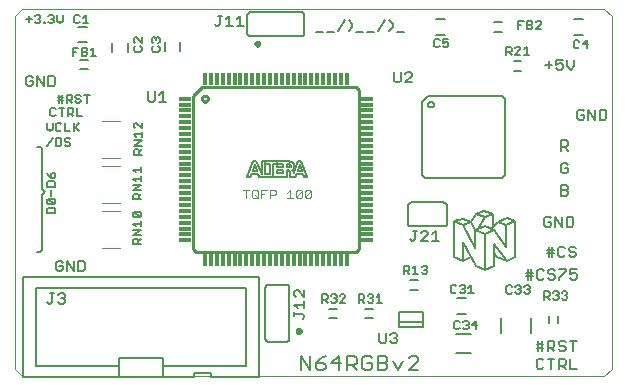
<source format=gto>
G04 EAGLE Gerber RS-274X export*
G75*
%MOMM*%
%FSLAX34Y34*%
%LPD*%
%INseide top*%
%IPPOS*%
%AMOC8*
5,1,8,0,0,1.08239X$1,22.5*%
G01*
%ADD10C,0.000000*%
%ADD11C,0.127000*%
%ADD12C,0.152400*%
%ADD13C,0.304800*%
%ADD14C,0.203200*%
%ADD15C,0.200000*%
%ADD16C,0.101600*%
%ADD17C,0.254000*%
%ADD18C,0.076200*%
%ADD19R,1.049800X0.300200*%
%ADD20R,1.049800X0.300000*%
%ADD21R,0.300200X1.049800*%
%ADD22R,0.300000X1.049800*%


D10*
X6350Y0D02*
X499110Y0D01*
X505460Y6350D02*
X505460Y304800D01*
X499110Y311150D02*
X6350Y311150D01*
X0Y304800D02*
X0Y6350D01*
X6350Y0D01*
X0Y304800D02*
X6350Y311150D01*
X499110Y311150D02*
X505460Y304800D01*
X505460Y6350D02*
X499110Y0D01*
D11*
X27305Y209933D02*
X27305Y214509D01*
X27305Y209933D02*
X29593Y207645D01*
X31881Y209933D01*
X31881Y214509D01*
X38221Y214509D02*
X39365Y213365D01*
X38221Y214509D02*
X35933Y214509D01*
X34789Y213365D01*
X34789Y208789D01*
X35933Y207645D01*
X38221Y207645D01*
X39365Y208789D01*
X42273Y207645D02*
X42273Y214509D01*
X42273Y207645D02*
X46849Y207645D01*
X49757Y207645D02*
X49757Y214509D01*
X49757Y209933D02*
X54333Y214509D01*
X50901Y211077D02*
X54333Y207645D01*
X31881Y201809D02*
X27305Y194945D01*
X34789Y194945D02*
X34789Y201809D01*
X34789Y194945D02*
X38221Y194945D01*
X39365Y196089D01*
X39365Y200665D01*
X38221Y201809D01*
X34789Y201809D01*
X45705Y201809D02*
X46849Y200665D01*
X45705Y201809D02*
X43417Y201809D01*
X42273Y200665D01*
X42273Y199521D01*
X43417Y198377D01*
X45705Y198377D01*
X46849Y197233D01*
X46849Y196089D01*
X45705Y194945D01*
X43417Y194945D01*
X42273Y196089D01*
X33909Y138135D02*
X27045Y138135D01*
X33909Y138135D02*
X33909Y141567D01*
X32765Y142711D01*
X28189Y142711D01*
X27045Y141567D01*
X27045Y138135D01*
X28189Y145619D02*
X32765Y145619D01*
X28189Y145619D02*
X27045Y146763D01*
X27045Y149051D01*
X28189Y150195D01*
X32765Y150195D01*
X33909Y149051D01*
X33909Y146763D01*
X32765Y145619D01*
X28189Y150195D01*
X30477Y153103D02*
X30477Y157679D01*
X27045Y160587D02*
X33909Y160587D01*
X33909Y164019D01*
X32765Y165163D01*
X28189Y165163D01*
X27045Y164019D01*
X27045Y160587D01*
X28189Y170359D02*
X27045Y172647D01*
X28189Y170359D02*
X30477Y168071D01*
X32765Y168071D01*
X33909Y169215D01*
X33909Y171503D01*
X32765Y172647D01*
X31621Y172647D01*
X30477Y171503D01*
X30477Y168071D01*
D12*
X21590Y194310D02*
X19050Y194310D01*
X21590Y194310D02*
X22860Y193040D01*
X22860Y158750D01*
X25400Y156210D01*
X22860Y153670D01*
X22860Y106680D01*
X21590Y105410D01*
X19050Y105410D01*
D11*
X54741Y304805D02*
X53597Y305949D01*
X51309Y305949D01*
X50165Y304805D01*
X50165Y300229D01*
X51309Y299085D01*
X53597Y299085D01*
X54741Y300229D01*
X57649Y303661D02*
X59937Y305949D01*
X59937Y299085D01*
X57649Y299085D02*
X62225Y299085D01*
X49149Y278517D02*
X49149Y271653D01*
X49149Y278517D02*
X53725Y278517D01*
X51437Y275085D02*
X49149Y275085D01*
X56633Y271653D02*
X56633Y278517D01*
X60065Y278517D01*
X61209Y277373D01*
X61209Y276229D01*
X60065Y275085D01*
X61209Y273941D01*
X61209Y272797D01*
X60065Y271653D01*
X56633Y271653D01*
X56633Y275085D02*
X60065Y275085D01*
X64117Y276229D02*
X66405Y278517D01*
X66405Y271653D01*
X64117Y271653D02*
X68693Y271653D01*
X100451Y278387D02*
X101595Y279531D01*
X100451Y278387D02*
X100451Y276099D01*
X101595Y274955D01*
X106171Y274955D01*
X107315Y276099D01*
X107315Y278387D01*
X106171Y279531D01*
X107315Y282439D02*
X107315Y287015D01*
X107315Y282439D02*
X102739Y287015D01*
X101595Y287015D01*
X100451Y285871D01*
X100451Y283583D01*
X101595Y282439D01*
X115691Y278387D02*
X116835Y279531D01*
X115691Y278387D02*
X115691Y276099D01*
X116835Y274955D01*
X121411Y274955D01*
X122555Y276099D01*
X122555Y278387D01*
X121411Y279531D01*
X116835Y282439D02*
X115691Y283583D01*
X115691Y285871D01*
X116835Y287015D01*
X117979Y287015D01*
X119123Y285871D01*
X119123Y284727D01*
X119123Y285871D02*
X120267Y287015D01*
X121411Y287015D01*
X122555Y285871D01*
X122555Y283583D01*
X121411Y282439D01*
D12*
X112776Y241307D02*
X112776Y234105D01*
X114217Y232664D01*
X117098Y232664D01*
X118538Y234105D01*
X118538Y241307D01*
X122131Y238426D02*
X125012Y241307D01*
X125012Y232664D01*
X122131Y232664D02*
X127893Y232664D01*
D11*
X107315Y187833D02*
X100451Y187833D01*
X100451Y191265D01*
X101595Y192409D01*
X103883Y192409D01*
X105027Y191265D01*
X105027Y187833D01*
X105027Y190121D02*
X107315Y192409D01*
X107315Y195317D02*
X100451Y195317D01*
X107315Y199893D01*
X100451Y199893D01*
X102739Y202801D02*
X100451Y205089D01*
X107315Y205089D01*
X107315Y202801D02*
X107315Y207377D01*
X107315Y210285D02*
X107315Y214861D01*
X107315Y210285D02*
X102739Y214861D01*
X101595Y214861D01*
X100451Y213717D01*
X100451Y211429D01*
X101595Y210285D01*
X100197Y150241D02*
X107061Y150241D01*
X100197Y150241D02*
X100197Y153673D01*
X101341Y154817D01*
X103629Y154817D01*
X104773Y153673D01*
X104773Y150241D01*
X104773Y152529D02*
X107061Y154817D01*
X107061Y157725D02*
X100197Y157725D01*
X107061Y162301D01*
X100197Y162301D01*
X102485Y165209D02*
X100197Y167497D01*
X107061Y167497D01*
X107061Y165209D02*
X107061Y169785D01*
X102485Y172693D02*
X100197Y174981D01*
X107061Y174981D01*
X107061Y172693D02*
X107061Y177269D01*
X106807Y112141D02*
X99943Y112141D01*
X99943Y115573D01*
X101087Y116717D01*
X103375Y116717D01*
X104519Y115573D01*
X104519Y112141D01*
X104519Y114429D02*
X106807Y116717D01*
X106807Y119625D02*
X99943Y119625D01*
X106807Y124201D01*
X99943Y124201D01*
X102231Y127109D02*
X99943Y129397D01*
X106807Y129397D01*
X106807Y127109D02*
X106807Y131685D01*
X105663Y134593D02*
X101087Y134593D01*
X99943Y135737D01*
X99943Y138025D01*
X101087Y139169D01*
X105663Y139169D01*
X106807Y138025D01*
X106807Y135737D01*
X105663Y134593D01*
X101087Y139169D01*
X260223Y69475D02*
X260223Y62611D01*
X260223Y69475D02*
X263655Y69475D01*
X264799Y68331D01*
X264799Y66043D01*
X263655Y64899D01*
X260223Y64899D01*
X262511Y64899D02*
X264799Y62611D01*
X267707Y68331D02*
X268851Y69475D01*
X271139Y69475D01*
X272283Y68331D01*
X272283Y67187D01*
X271139Y66043D01*
X269995Y66043D01*
X271139Y66043D02*
X272283Y64899D01*
X272283Y63755D01*
X271139Y62611D01*
X268851Y62611D01*
X267707Y63755D01*
X275191Y62611D02*
X279767Y62611D01*
X275191Y62611D02*
X279767Y67187D01*
X279767Y68331D01*
X278623Y69475D01*
X276335Y69475D01*
X275191Y68331D01*
X291211Y69475D02*
X291211Y62611D01*
X291211Y69475D02*
X294643Y69475D01*
X295787Y68331D01*
X295787Y66043D01*
X294643Y64899D01*
X291211Y64899D01*
X293499Y64899D02*
X295787Y62611D01*
X298695Y68331D02*
X299839Y69475D01*
X302127Y69475D01*
X303271Y68331D01*
X303271Y67187D01*
X302127Y66043D01*
X300983Y66043D01*
X302127Y66043D02*
X303271Y64899D01*
X303271Y63755D01*
X302127Y62611D01*
X299839Y62611D01*
X298695Y63755D01*
X306179Y67187D02*
X308467Y69475D01*
X308467Y62611D01*
X306179Y62611D02*
X310755Y62611D01*
D12*
X308610Y36837D02*
X308610Y29635D01*
X310051Y28194D01*
X312932Y28194D01*
X314372Y29635D01*
X314372Y36837D01*
X317965Y35397D02*
X319406Y36837D01*
X322287Y36837D01*
X323727Y35397D01*
X323727Y33956D01*
X322287Y32516D01*
X320846Y32516D01*
X322287Y32516D02*
X323727Y31075D01*
X323727Y29635D01*
X322287Y28194D01*
X319406Y28194D01*
X317965Y29635D01*
D11*
X329311Y86995D02*
X329311Y93859D01*
X332743Y93859D01*
X333887Y92715D01*
X333887Y90427D01*
X332743Y89283D01*
X329311Y89283D01*
X331599Y89283D02*
X333887Y86995D01*
X336795Y91571D02*
X339083Y93859D01*
X339083Y86995D01*
X336795Y86995D02*
X341371Y86995D01*
X344279Y92715D02*
X345423Y93859D01*
X347711Y93859D01*
X348855Y92715D01*
X348855Y91571D01*
X347711Y90427D01*
X346567Y90427D01*
X347711Y90427D02*
X348855Y89283D01*
X348855Y88139D01*
X347711Y86995D01*
X345423Y86995D01*
X344279Y88139D01*
X372367Y77349D02*
X373511Y76205D01*
X372367Y77349D02*
X370079Y77349D01*
X368935Y76205D01*
X368935Y71629D01*
X370079Y70485D01*
X372367Y70485D01*
X373511Y71629D01*
X376419Y76205D02*
X377563Y77349D01*
X379851Y77349D01*
X380995Y76205D01*
X380995Y75061D01*
X379851Y73917D01*
X378707Y73917D01*
X379851Y73917D02*
X380995Y72773D01*
X380995Y71629D01*
X379851Y70485D01*
X377563Y70485D01*
X376419Y71629D01*
X383903Y75061D02*
X386191Y77349D01*
X386191Y70485D01*
X383903Y70485D02*
X388479Y70485D01*
X419611Y77095D02*
X420755Y75951D01*
X419611Y77095D02*
X417323Y77095D01*
X416179Y75951D01*
X416179Y71375D01*
X417323Y70231D01*
X419611Y70231D01*
X420755Y71375D01*
X423663Y75951D02*
X424807Y77095D01*
X427095Y77095D01*
X428239Y75951D01*
X428239Y74807D01*
X427095Y73663D01*
X425951Y73663D01*
X427095Y73663D02*
X428239Y72519D01*
X428239Y71375D01*
X427095Y70231D01*
X424807Y70231D01*
X423663Y71375D01*
X431147Y75951D02*
X432291Y77095D01*
X434579Y77095D01*
X435723Y75951D01*
X435723Y74807D01*
X434579Y73663D01*
X433435Y73663D01*
X434579Y73663D02*
X435723Y72519D01*
X435723Y71375D01*
X434579Y70231D01*
X432291Y70231D01*
X431147Y71375D01*
X376559Y45979D02*
X375415Y47123D01*
X373127Y47123D01*
X371983Y45979D01*
X371983Y41403D01*
X373127Y40259D01*
X375415Y40259D01*
X376559Y41403D01*
X379467Y45979D02*
X380611Y47123D01*
X382899Y47123D01*
X384043Y45979D01*
X384043Y44835D01*
X382899Y43691D01*
X381755Y43691D01*
X382899Y43691D02*
X384043Y42547D01*
X384043Y41403D01*
X382899Y40259D01*
X380611Y40259D01*
X379467Y41403D01*
X390383Y40259D02*
X390383Y47123D01*
X386951Y43691D01*
X391527Y43691D01*
X448183Y65151D02*
X448183Y72015D01*
X451615Y72015D01*
X452759Y70871D01*
X452759Y68583D01*
X451615Y67439D01*
X448183Y67439D01*
X450471Y67439D02*
X452759Y65151D01*
X455667Y70871D02*
X456811Y72015D01*
X459099Y72015D01*
X460243Y70871D01*
X460243Y69727D01*
X459099Y68583D01*
X457955Y68583D01*
X459099Y68583D02*
X460243Y67439D01*
X460243Y66295D01*
X459099Y65151D01*
X456811Y65151D01*
X455667Y66295D01*
X463151Y70871D02*
X464295Y72015D01*
X466583Y72015D01*
X467727Y70871D01*
X467727Y69727D01*
X466583Y68583D01*
X465439Y68583D01*
X466583Y68583D02*
X467727Y67439D01*
X467727Y66295D01*
X466583Y65151D01*
X464295Y65151D01*
X463151Y66295D01*
D12*
X321056Y250361D02*
X321056Y257563D01*
X321056Y250361D02*
X322497Y248920D01*
X325378Y248920D01*
X326818Y250361D01*
X326818Y257563D01*
X330411Y248920D02*
X336173Y248920D01*
X330411Y248920D02*
X336173Y254682D01*
X336173Y256123D01*
X334733Y257563D01*
X331852Y257563D01*
X330411Y256123D01*
X170605Y296672D02*
X169164Y298113D01*
X170605Y296672D02*
X172045Y296672D01*
X173486Y298113D01*
X173486Y305315D01*
X174926Y305315D02*
X172045Y305315D01*
X178519Y302434D02*
X181400Y305315D01*
X181400Y296672D01*
X178519Y296672D02*
X184281Y296672D01*
X187874Y302434D02*
X190756Y305315D01*
X190756Y296672D01*
X193637Y296672D02*
X187874Y296672D01*
X334518Y115995D02*
X335959Y114554D01*
X337399Y114554D01*
X338840Y115995D01*
X338840Y123197D01*
X340280Y123197D02*
X337399Y123197D01*
X343873Y114554D02*
X349635Y114554D01*
X343873Y114554D02*
X349635Y120316D01*
X349635Y121757D01*
X348195Y123197D01*
X345314Y123197D01*
X343873Y121757D01*
X353228Y120316D02*
X356110Y123197D01*
X356110Y114554D01*
X358991Y114554D02*
X353228Y114554D01*
D11*
X477651Y283469D02*
X476507Y284613D01*
X474219Y284613D01*
X473075Y283469D01*
X473075Y278893D01*
X474219Y277749D01*
X476507Y277749D01*
X477651Y278893D01*
X483991Y277749D02*
X483991Y284613D01*
X480559Y281181D01*
X485135Y281181D01*
X426085Y294005D02*
X426085Y300869D01*
X430661Y300869D01*
X428373Y297437D02*
X426085Y297437D01*
X433569Y294005D02*
X433569Y300869D01*
X437001Y300869D01*
X438145Y299725D01*
X438145Y298581D01*
X437001Y297437D01*
X438145Y296293D01*
X438145Y295149D01*
X437001Y294005D01*
X433569Y294005D01*
X433569Y297437D02*
X437001Y297437D01*
X441053Y294005D02*
X445629Y294005D01*
X441053Y294005D02*
X445629Y298581D01*
X445629Y299725D01*
X444485Y300869D01*
X442197Y300869D01*
X441053Y299725D01*
X359541Y284485D02*
X358397Y285629D01*
X356109Y285629D01*
X354965Y284485D01*
X354965Y279909D01*
X356109Y278765D01*
X358397Y278765D01*
X359541Y279909D01*
X362449Y285629D02*
X367025Y285629D01*
X362449Y285629D02*
X362449Y282197D01*
X364737Y283341D01*
X365881Y283341D01*
X367025Y282197D01*
X367025Y279909D01*
X365881Y278765D01*
X363593Y278765D01*
X362449Y279909D01*
X415925Y279279D02*
X415925Y272415D01*
X415925Y279279D02*
X419357Y279279D01*
X420501Y278135D01*
X420501Y275847D01*
X419357Y274703D01*
X415925Y274703D01*
X418213Y274703D02*
X420501Y272415D01*
X423409Y272415D02*
X427985Y272415D01*
X423409Y272415D02*
X427985Y276991D01*
X427985Y278135D01*
X426841Y279279D01*
X424553Y279279D01*
X423409Y278135D01*
X430893Y276991D02*
X433181Y279279D01*
X433181Y272415D01*
X430893Y272415D02*
X435469Y272415D01*
D12*
X449072Y263910D02*
X454834Y263910D01*
X451953Y266791D02*
X451953Y261029D01*
X458427Y268231D02*
X464189Y268231D01*
X458427Y268231D02*
X458427Y263910D01*
X461308Y265350D01*
X462749Y265350D01*
X464189Y263910D01*
X464189Y261029D01*
X462749Y259588D01*
X459868Y259588D01*
X458427Y261029D01*
X467782Y262469D02*
X467782Y268231D01*
X467782Y262469D02*
X470664Y259588D01*
X473545Y262469D01*
X473545Y268231D01*
X480572Y225813D02*
X482012Y224373D01*
X480572Y225813D02*
X477691Y225813D01*
X476250Y224373D01*
X476250Y218611D01*
X477691Y217170D01*
X480572Y217170D01*
X482012Y218611D01*
X482012Y221492D01*
X479131Y221492D01*
X485605Y225813D02*
X485605Y217170D01*
X491367Y217170D02*
X485605Y225813D01*
X491367Y225813D02*
X491367Y217170D01*
X494960Y217170D02*
X494960Y225813D01*
X494960Y217170D02*
X499282Y217170D01*
X500723Y218611D01*
X500723Y224373D01*
X499282Y225813D01*
X494960Y225813D01*
X462534Y199905D02*
X462534Y191262D01*
X462534Y199905D02*
X466856Y199905D01*
X468296Y198465D01*
X468296Y195584D01*
X466856Y194143D01*
X462534Y194143D01*
X465415Y194143D02*
X468296Y191262D01*
X466856Y180601D02*
X468296Y179161D01*
X466856Y180601D02*
X463975Y180601D01*
X462534Y179161D01*
X462534Y173399D01*
X463975Y171958D01*
X466856Y171958D01*
X468296Y173399D01*
X468296Y176280D01*
X465415Y176280D01*
X462534Y161805D02*
X462534Y153162D01*
X462534Y161805D02*
X466856Y161805D01*
X468296Y160365D01*
X468296Y158924D01*
X466856Y157484D01*
X468296Y156043D01*
X468296Y154603D01*
X466856Y153162D01*
X462534Y153162D01*
X462534Y157484D02*
X466856Y157484D01*
X452632Y135389D02*
X454072Y133949D01*
X452632Y135389D02*
X449751Y135389D01*
X448310Y133949D01*
X448310Y128187D01*
X449751Y126746D01*
X452632Y126746D01*
X454072Y128187D01*
X454072Y131068D01*
X451191Y131068D01*
X457665Y135389D02*
X457665Y126746D01*
X463427Y126746D02*
X457665Y135389D01*
X463427Y135389D02*
X463427Y126746D01*
X467020Y126746D02*
X467020Y135389D01*
X467020Y126746D02*
X471342Y126746D01*
X472783Y128187D01*
X472783Y133949D01*
X471342Y135389D01*
X467020Y135389D01*
X451783Y109989D02*
X451783Y101346D01*
X454664Y101346D02*
X454664Y109989D01*
X454664Y107108D02*
X450342Y107108D01*
X454664Y107108D02*
X456104Y107108D01*
X456104Y104227D02*
X450342Y104227D01*
X464019Y109989D02*
X465459Y108549D01*
X464019Y109989D02*
X461138Y109989D01*
X459697Y108549D01*
X459697Y102787D01*
X461138Y101346D01*
X464019Y101346D01*
X465459Y102787D01*
X473374Y109989D02*
X474815Y108549D01*
X473374Y109989D02*
X470493Y109989D01*
X469052Y108549D01*
X469052Y107108D01*
X470493Y105668D01*
X473374Y105668D01*
X474815Y104227D01*
X474815Y102787D01*
X473374Y101346D01*
X470493Y101346D01*
X469052Y102787D01*
X434003Y90685D02*
X434003Y82042D01*
X436884Y82042D02*
X436884Y90685D01*
X436884Y87804D02*
X432562Y87804D01*
X436884Y87804D02*
X438324Y87804D01*
X438324Y84923D02*
X432562Y84923D01*
X446239Y90685D02*
X447679Y89245D01*
X446239Y90685D02*
X443358Y90685D01*
X441917Y89245D01*
X441917Y83483D01*
X443358Y82042D01*
X446239Y82042D01*
X447679Y83483D01*
X455594Y90685D02*
X457035Y89245D01*
X455594Y90685D02*
X452713Y90685D01*
X451272Y89245D01*
X451272Y87804D01*
X452713Y86364D01*
X455594Y86364D01*
X457035Y84923D01*
X457035Y83483D01*
X455594Y82042D01*
X452713Y82042D01*
X451272Y83483D01*
X460628Y90685D02*
X466390Y90685D01*
X466390Y89245D01*
X460628Y83483D01*
X460628Y82042D01*
X469983Y90685D02*
X475745Y90685D01*
X469983Y90685D02*
X469983Y86364D01*
X472864Y87804D01*
X474304Y87804D01*
X475745Y86364D01*
X475745Y83483D01*
X474304Y82042D01*
X471423Y82042D01*
X469983Y83483D01*
X443147Y30233D02*
X443147Y21590D01*
X446028Y21590D02*
X446028Y30233D01*
X446028Y27352D02*
X441706Y27352D01*
X446028Y27352D02*
X447468Y27352D01*
X447468Y24471D02*
X441706Y24471D01*
X451061Y21590D02*
X451061Y30233D01*
X455383Y30233D01*
X456823Y28793D01*
X456823Y25912D01*
X455383Y24471D01*
X451061Y24471D01*
X453942Y24471D02*
X456823Y21590D01*
X464738Y30233D02*
X466179Y28793D01*
X464738Y30233D02*
X461857Y30233D01*
X460416Y28793D01*
X460416Y27352D01*
X461857Y25912D01*
X464738Y25912D01*
X466179Y24471D01*
X466179Y23031D01*
X464738Y21590D01*
X461857Y21590D01*
X460416Y23031D01*
X472653Y21590D02*
X472653Y30233D01*
X469772Y30233D02*
X475534Y30233D01*
X447468Y13553D02*
X446028Y14993D01*
X443147Y14993D01*
X441706Y13553D01*
X441706Y7791D01*
X443147Y6350D01*
X446028Y6350D01*
X447468Y7791D01*
X453942Y6350D02*
X453942Y14993D01*
X451061Y14993D02*
X456823Y14993D01*
X460416Y14993D02*
X460416Y6350D01*
X460416Y14993D02*
X464738Y14993D01*
X466179Y13553D01*
X466179Y10672D01*
X464738Y9231D01*
X460416Y9231D01*
X463298Y9231D02*
X466179Y6350D01*
X469772Y6350D02*
X469772Y14993D01*
X469772Y6350D02*
X475534Y6350D01*
X245110Y49955D02*
X243669Y48514D01*
X245110Y49955D02*
X245110Y51395D01*
X243669Y52836D01*
X236467Y52836D01*
X236467Y54276D02*
X236467Y51395D01*
X239348Y57869D02*
X236467Y60750D01*
X245110Y60750D01*
X245110Y57869D02*
X245110Y63631D01*
X245110Y67224D02*
X245110Y72987D01*
X239348Y72987D02*
X245110Y67224D01*
X239348Y72987D02*
X237907Y72987D01*
X236467Y71546D01*
X236467Y68665D01*
X237907Y67224D01*
D13*
X204470Y281432D02*
X204472Y281503D01*
X204478Y281574D01*
X204488Y281645D01*
X204502Y281715D01*
X204520Y281784D01*
X204541Y281851D01*
X204567Y281918D01*
X204596Y281983D01*
X204628Y282046D01*
X204665Y282108D01*
X204704Y282167D01*
X204747Y282224D01*
X204793Y282278D01*
X204842Y282330D01*
X204894Y282379D01*
X204948Y282425D01*
X205005Y282468D01*
X205064Y282507D01*
X205126Y282544D01*
X205189Y282576D01*
X205254Y282605D01*
X205321Y282631D01*
X205388Y282652D01*
X205457Y282670D01*
X205527Y282684D01*
X205598Y282694D01*
X205669Y282700D01*
X205740Y282702D01*
X205811Y282700D01*
X205882Y282694D01*
X205953Y282684D01*
X206023Y282670D01*
X206092Y282652D01*
X206159Y282631D01*
X206226Y282605D01*
X206291Y282576D01*
X206354Y282544D01*
X206416Y282507D01*
X206475Y282468D01*
X206532Y282425D01*
X206586Y282379D01*
X206638Y282330D01*
X206687Y282278D01*
X206733Y282224D01*
X206776Y282167D01*
X206815Y282108D01*
X206852Y282046D01*
X206884Y281983D01*
X206913Y281918D01*
X206939Y281851D01*
X206960Y281784D01*
X206978Y281715D01*
X206992Y281645D01*
X207002Y281574D01*
X207008Y281503D01*
X207010Y281432D01*
X207008Y281361D01*
X207002Y281290D01*
X206992Y281219D01*
X206978Y281149D01*
X206960Y281080D01*
X206939Y281013D01*
X206913Y280946D01*
X206884Y280881D01*
X206852Y280818D01*
X206815Y280756D01*
X206776Y280697D01*
X206733Y280640D01*
X206687Y280586D01*
X206638Y280534D01*
X206586Y280485D01*
X206532Y280439D01*
X206475Y280396D01*
X206416Y280357D01*
X206354Y280320D01*
X206291Y280288D01*
X206226Y280259D01*
X206159Y280233D01*
X206092Y280212D01*
X206023Y280194D01*
X205953Y280180D01*
X205882Y280170D01*
X205811Y280164D01*
X205740Y280162D01*
X205669Y280164D01*
X205598Y280170D01*
X205527Y280180D01*
X205457Y280194D01*
X205388Y280212D01*
X205321Y280233D01*
X205254Y280259D01*
X205189Y280288D01*
X205126Y280320D01*
X205064Y280357D01*
X205005Y280396D01*
X204948Y280439D01*
X204894Y280485D01*
X204842Y280534D01*
X204793Y280586D01*
X204747Y280640D01*
X204704Y280697D01*
X204665Y280756D01*
X204628Y280818D01*
X204596Y280881D01*
X204567Y280946D01*
X204541Y281013D01*
X204520Y281080D01*
X204502Y281149D01*
X204488Y281219D01*
X204478Y281290D01*
X204472Y281361D01*
X204470Y281432D01*
D12*
X27178Y63163D02*
X28619Y61722D01*
X30059Y61722D01*
X31500Y63163D01*
X31500Y70365D01*
X32940Y70365D02*
X30059Y70365D01*
X36533Y68925D02*
X37974Y70365D01*
X40855Y70365D01*
X42295Y68925D01*
X42295Y67484D01*
X40855Y66044D01*
X39414Y66044D01*
X40855Y66044D02*
X42295Y64603D01*
X42295Y63163D01*
X40855Y61722D01*
X37974Y61722D01*
X36533Y63163D01*
X40560Y96357D02*
X39120Y97797D01*
X36239Y97797D01*
X34798Y96357D01*
X34798Y90595D01*
X36239Y89154D01*
X39120Y89154D01*
X40560Y90595D01*
X40560Y93476D01*
X37679Y93476D01*
X44153Y97797D02*
X44153Y89154D01*
X49915Y89154D02*
X44153Y97797D01*
X49915Y97797D02*
X49915Y89154D01*
X53508Y89154D02*
X53508Y97797D01*
X53508Y89154D02*
X57830Y89154D01*
X59271Y90595D01*
X59271Y96357D01*
X57830Y97797D01*
X53508Y97797D01*
D13*
X239268Y38100D02*
X239270Y38171D01*
X239276Y38242D01*
X239286Y38313D01*
X239300Y38383D01*
X239318Y38452D01*
X239339Y38519D01*
X239365Y38586D01*
X239394Y38651D01*
X239426Y38714D01*
X239463Y38776D01*
X239502Y38835D01*
X239545Y38892D01*
X239591Y38946D01*
X239640Y38998D01*
X239692Y39047D01*
X239746Y39093D01*
X239803Y39136D01*
X239862Y39175D01*
X239924Y39212D01*
X239987Y39244D01*
X240052Y39273D01*
X240119Y39299D01*
X240186Y39320D01*
X240255Y39338D01*
X240325Y39352D01*
X240396Y39362D01*
X240467Y39368D01*
X240538Y39370D01*
X240609Y39368D01*
X240680Y39362D01*
X240751Y39352D01*
X240821Y39338D01*
X240890Y39320D01*
X240957Y39299D01*
X241024Y39273D01*
X241089Y39244D01*
X241152Y39212D01*
X241214Y39175D01*
X241273Y39136D01*
X241330Y39093D01*
X241384Y39047D01*
X241436Y38998D01*
X241485Y38946D01*
X241531Y38892D01*
X241574Y38835D01*
X241613Y38776D01*
X241650Y38714D01*
X241682Y38651D01*
X241711Y38586D01*
X241737Y38519D01*
X241758Y38452D01*
X241776Y38383D01*
X241790Y38313D01*
X241800Y38242D01*
X241806Y38171D01*
X241808Y38100D01*
X241806Y38029D01*
X241800Y37958D01*
X241790Y37887D01*
X241776Y37817D01*
X241758Y37748D01*
X241737Y37681D01*
X241711Y37614D01*
X241682Y37549D01*
X241650Y37486D01*
X241613Y37424D01*
X241574Y37365D01*
X241531Y37308D01*
X241485Y37254D01*
X241436Y37202D01*
X241384Y37153D01*
X241330Y37107D01*
X241273Y37064D01*
X241214Y37025D01*
X241152Y36988D01*
X241089Y36956D01*
X241024Y36927D01*
X240957Y36901D01*
X240890Y36880D01*
X240821Y36862D01*
X240751Y36848D01*
X240680Y36838D01*
X240609Y36832D01*
X240538Y36830D01*
X240467Y36832D01*
X240396Y36838D01*
X240325Y36848D01*
X240255Y36862D01*
X240186Y36880D01*
X240119Y36901D01*
X240052Y36927D01*
X239987Y36956D01*
X239924Y36988D01*
X239862Y37025D01*
X239803Y37064D01*
X239746Y37107D01*
X239692Y37153D01*
X239640Y37202D01*
X239591Y37254D01*
X239545Y37308D01*
X239502Y37365D01*
X239463Y37424D01*
X239426Y37486D01*
X239394Y37549D01*
X239365Y37614D01*
X239339Y37681D01*
X239318Y37748D01*
X239300Y37817D01*
X239286Y37887D01*
X239276Y37958D01*
X239270Y38029D01*
X239268Y38100D01*
D14*
X241808Y17536D02*
X241808Y5334D01*
X249943Y5334D02*
X241808Y17536D01*
X249943Y17536D02*
X249943Y5334D01*
X258973Y15503D02*
X263040Y17536D01*
X258973Y15503D02*
X254905Y11435D01*
X254905Y7368D01*
X256939Y5334D01*
X261006Y5334D01*
X263040Y7368D01*
X263040Y9401D01*
X261006Y11435D01*
X254905Y11435D01*
X274104Y5334D02*
X274104Y17536D01*
X268003Y11435D01*
X276137Y11435D01*
X281100Y5334D02*
X281100Y17536D01*
X287201Y17536D01*
X289235Y15503D01*
X289235Y11435D01*
X287201Y9401D01*
X281100Y9401D01*
X285167Y9401D02*
X289235Y5334D01*
X300298Y17536D02*
X302332Y15503D01*
X300298Y17536D02*
X296231Y17536D01*
X294197Y15503D01*
X294197Y7368D01*
X296231Y5334D01*
X300298Y5334D01*
X302332Y7368D01*
X302332Y11435D01*
X298264Y11435D01*
X307294Y5334D02*
X307294Y17536D01*
X313395Y17536D01*
X315429Y15503D01*
X315429Y13469D01*
X313395Y11435D01*
X315429Y9401D01*
X315429Y7368D01*
X313395Y5334D01*
X307294Y5334D01*
X307294Y11435D02*
X313395Y11435D01*
X320392Y13469D02*
X324459Y5334D01*
X328526Y13469D01*
X333489Y5334D02*
X341624Y5334D01*
X333489Y5334D02*
X341624Y13469D01*
X341624Y15503D01*
X339590Y17536D01*
X335522Y17536D01*
X333489Y15503D01*
D12*
X260524Y291421D02*
X254762Y291421D01*
X264117Y291421D02*
X269879Y291421D01*
X273472Y292862D02*
X279235Y301505D01*
X285709Y295743D02*
X282828Y292862D01*
X285709Y295743D02*
X285709Y298624D01*
X282828Y301505D01*
X289064Y291421D02*
X294827Y291421D01*
X298420Y291421D02*
X304182Y291421D01*
X307775Y292862D02*
X313537Y301505D01*
X320011Y295743D02*
X317130Y292862D01*
X320011Y295743D02*
X320011Y298624D01*
X317130Y301505D01*
X323367Y291421D02*
X329129Y291421D01*
X411480Y49530D02*
X411480Y36830D01*
X436880Y36830D02*
X436880Y49530D01*
D15*
X389829Y123731D02*
X386476Y130529D01*
X390494Y137870D01*
X391672Y124788D02*
X389829Y124063D01*
X389829Y123731D01*
X403121Y125031D02*
X405630Y124003D01*
X403121Y125031D02*
X408771Y130860D01*
X404542Y126511D02*
X404542Y137899D01*
X397744Y135211D02*
X391672Y124788D01*
X397744Y127236D01*
X403121Y125031D01*
X397744Y135211D02*
X390494Y137870D01*
X397472Y140316D01*
X404542Y137899D01*
X397744Y135211D01*
X379104Y133579D02*
X372156Y131313D01*
X379104Y133579D02*
X386295Y130891D01*
X408771Y130860D02*
X416234Y133942D01*
X423484Y131313D01*
X415841Y128172D02*
X408771Y130860D01*
X397744Y127236D02*
X389829Y124063D01*
X397744Y127236D02*
X405630Y124003D01*
X405357Y112100D02*
X405357Y104246D01*
X407835Y100953D01*
X416234Y98052D01*
X386295Y100923D02*
X379377Y113520D01*
X386295Y100923D02*
X379377Y98083D01*
X397835Y120800D02*
X405630Y124003D01*
X415841Y128172D02*
X423484Y131313D01*
X423484Y101043D01*
X416234Y98052D01*
X405357Y112100D01*
X405357Y104246D02*
X405357Y93612D01*
X397835Y90500D01*
X397835Y120800D02*
X389829Y124063D01*
X397835Y120800D02*
X397835Y90500D01*
X390344Y93581D01*
X379377Y113520D01*
X379377Y98083D01*
X372156Y101043D01*
X372156Y131313D01*
X379708Y128232D01*
X389829Y108566D01*
X379708Y128232D02*
X386295Y130891D01*
X389829Y123731D01*
X389829Y108566D01*
X405630Y124003D02*
X415841Y109532D01*
X415841Y128172D01*
D12*
X15414Y253075D02*
X13974Y254515D01*
X11093Y254515D01*
X9652Y253075D01*
X9652Y247313D01*
X11093Y245872D01*
X13974Y245872D01*
X15414Y247313D01*
X15414Y250194D01*
X12533Y250194D01*
X19007Y254515D02*
X19007Y245872D01*
X24769Y245872D02*
X19007Y254515D01*
X24769Y254515D02*
X24769Y245872D01*
X28362Y245872D02*
X28362Y254515D01*
X28362Y245872D02*
X32684Y245872D01*
X34125Y247313D01*
X34125Y253075D01*
X32684Y254515D01*
X28362Y254515D01*
D11*
X37339Y238639D02*
X37339Y231775D01*
X39627Y231775D02*
X39627Y238639D01*
X39627Y236351D02*
X36195Y236351D01*
X39627Y236351D02*
X40771Y236351D01*
X40771Y234063D02*
X36195Y234063D01*
X43679Y231775D02*
X43679Y238639D01*
X47111Y238639D01*
X48255Y237495D01*
X48255Y235207D01*
X47111Y234063D01*
X43679Y234063D01*
X45967Y234063D02*
X48255Y231775D01*
X54595Y238639D02*
X55739Y237495D01*
X54595Y238639D02*
X52307Y238639D01*
X51163Y237495D01*
X51163Y236351D01*
X52307Y235207D01*
X54595Y235207D01*
X55739Y234063D01*
X55739Y232919D01*
X54595Y231775D01*
X52307Y231775D01*
X51163Y232919D01*
X60935Y231775D02*
X60935Y238639D01*
X58647Y238639D02*
X63223Y238639D01*
X34421Y226065D02*
X33277Y227209D01*
X30989Y227209D01*
X29845Y226065D01*
X29845Y221489D01*
X30989Y220345D01*
X33277Y220345D01*
X34421Y221489D01*
X39617Y220345D02*
X39617Y227209D01*
X37329Y227209D02*
X41905Y227209D01*
X44813Y227209D02*
X44813Y220345D01*
X44813Y227209D02*
X48245Y227209D01*
X49389Y226065D01*
X49389Y223777D01*
X48245Y222633D01*
X44813Y222633D01*
X47101Y222633D02*
X49389Y220345D01*
X52297Y220345D02*
X52297Y227209D01*
X52297Y220345D02*
X56873Y220345D01*
X14101Y302517D02*
X9525Y302517D01*
X11813Y304805D02*
X11813Y300229D01*
X17009Y304805D02*
X18153Y305949D01*
X20441Y305949D01*
X21585Y304805D01*
X21585Y303661D01*
X20441Y302517D01*
X19297Y302517D01*
X20441Y302517D02*
X21585Y301373D01*
X21585Y300229D01*
X20441Y299085D01*
X18153Y299085D01*
X17009Y300229D01*
X24493Y300229D02*
X24493Y299085D01*
X24493Y300229D02*
X25637Y300229D01*
X25637Y299085D01*
X24493Y299085D01*
X28235Y304805D02*
X29379Y305949D01*
X31667Y305949D01*
X32811Y304805D01*
X32811Y303661D01*
X31667Y302517D01*
X30523Y302517D01*
X31667Y302517D02*
X32811Y301373D01*
X32811Y300229D01*
X31667Y299085D01*
X29379Y299085D01*
X28235Y300229D01*
X35720Y301373D02*
X35720Y305949D01*
X35720Y301373D02*
X38007Y299085D01*
X40295Y301373D01*
X40295Y305949D01*
D12*
X53340Y296164D02*
X60960Y296164D01*
X60960Y282956D02*
X53340Y282956D01*
X374650Y66294D02*
X382270Y66294D01*
X382270Y53086D02*
X374650Y53086D01*
X373380Y35878D02*
X386080Y35878D01*
X386080Y20003D02*
X373380Y20003D01*
X82296Y274320D02*
X82296Y281940D01*
X95504Y281940D02*
X95504Y274320D01*
X126746Y275590D02*
X126746Y283210D01*
X139954Y283210D02*
X139954Y275590D01*
X473710Y302514D02*
X481330Y302514D01*
X481330Y289306D02*
X473710Y289306D01*
X364490Y289306D02*
X356870Y289306D01*
X356870Y302514D02*
X364490Y302514D01*
X61595Y268129D02*
X55245Y268129D01*
X55245Y260191D02*
X61595Y260191D01*
X405765Y299879D02*
X412115Y299879D01*
X412115Y291941D02*
X405765Y291941D01*
X242570Y288290D02*
X199390Y288290D01*
X242570Y308610D02*
X242670Y308608D01*
X242769Y308602D01*
X242869Y308592D01*
X242967Y308579D01*
X243066Y308561D01*
X243163Y308540D01*
X243259Y308515D01*
X243355Y308486D01*
X243449Y308453D01*
X243542Y308417D01*
X243633Y308377D01*
X243723Y308333D01*
X243811Y308286D01*
X243897Y308236D01*
X243981Y308182D01*
X244063Y308125D01*
X244142Y308065D01*
X244220Y308001D01*
X244294Y307935D01*
X244366Y307866D01*
X244435Y307794D01*
X244501Y307720D01*
X244565Y307642D01*
X244625Y307563D01*
X244682Y307481D01*
X244736Y307397D01*
X244786Y307311D01*
X244833Y307223D01*
X244877Y307133D01*
X244917Y307042D01*
X244953Y306949D01*
X244986Y306855D01*
X245015Y306759D01*
X245040Y306663D01*
X245061Y306566D01*
X245079Y306467D01*
X245092Y306369D01*
X245102Y306269D01*
X245108Y306170D01*
X245110Y306070D01*
X199390Y308610D02*
X199290Y308608D01*
X199191Y308602D01*
X199091Y308592D01*
X198993Y308579D01*
X198894Y308561D01*
X198797Y308540D01*
X198701Y308515D01*
X198605Y308486D01*
X198511Y308453D01*
X198418Y308417D01*
X198327Y308377D01*
X198237Y308333D01*
X198149Y308286D01*
X198063Y308236D01*
X197979Y308182D01*
X197897Y308125D01*
X197818Y308065D01*
X197740Y308001D01*
X197666Y307935D01*
X197594Y307866D01*
X197525Y307794D01*
X197459Y307720D01*
X197395Y307642D01*
X197335Y307563D01*
X197278Y307481D01*
X197224Y307397D01*
X197174Y307311D01*
X197127Y307223D01*
X197083Y307133D01*
X197043Y307042D01*
X197007Y306949D01*
X196974Y306855D01*
X196945Y306759D01*
X196920Y306663D01*
X196899Y306566D01*
X196881Y306467D01*
X196868Y306369D01*
X196858Y306269D01*
X196852Y306170D01*
X196850Y306070D01*
X196850Y290830D02*
X196852Y290730D01*
X196858Y290631D01*
X196868Y290531D01*
X196881Y290433D01*
X196899Y290334D01*
X196920Y290237D01*
X196945Y290141D01*
X196974Y290045D01*
X197007Y289951D01*
X197043Y289858D01*
X197083Y289767D01*
X197127Y289677D01*
X197174Y289589D01*
X197224Y289503D01*
X197278Y289419D01*
X197335Y289337D01*
X197395Y289258D01*
X197459Y289180D01*
X197525Y289106D01*
X197594Y289034D01*
X197666Y288965D01*
X197740Y288899D01*
X197818Y288835D01*
X197897Y288775D01*
X197979Y288718D01*
X198063Y288664D01*
X198149Y288614D01*
X198237Y288567D01*
X198327Y288523D01*
X198418Y288483D01*
X198511Y288447D01*
X198605Y288414D01*
X198701Y288385D01*
X198797Y288360D01*
X198894Y288339D01*
X198993Y288321D01*
X199091Y288308D01*
X199191Y288298D01*
X199290Y288292D01*
X199390Y288290D01*
X242570Y288290D02*
X242670Y288292D01*
X242769Y288298D01*
X242869Y288308D01*
X242967Y288321D01*
X243066Y288339D01*
X243163Y288360D01*
X243259Y288385D01*
X243355Y288414D01*
X243449Y288447D01*
X243542Y288483D01*
X243633Y288523D01*
X243723Y288567D01*
X243811Y288614D01*
X243897Y288664D01*
X243981Y288718D01*
X244063Y288775D01*
X244142Y288835D01*
X244220Y288899D01*
X244294Y288965D01*
X244366Y289034D01*
X244435Y289106D01*
X244501Y289180D01*
X244565Y289258D01*
X244625Y289337D01*
X244682Y289419D01*
X244736Y289503D01*
X244786Y289589D01*
X244833Y289677D01*
X244877Y289767D01*
X244917Y289858D01*
X244953Y289951D01*
X244986Y290045D01*
X245015Y290141D01*
X245040Y290237D01*
X245061Y290334D01*
X245079Y290433D01*
X245092Y290531D01*
X245102Y290631D01*
X245108Y290730D01*
X245110Y290830D01*
X245110Y306070D01*
X196850Y306070D02*
X196850Y290830D01*
X199390Y308610D02*
X242570Y308610D01*
X335280Y127000D02*
X363220Y127000D01*
X365760Y144780D02*
X365758Y144880D01*
X365752Y144979D01*
X365742Y145079D01*
X365729Y145177D01*
X365711Y145276D01*
X365690Y145373D01*
X365665Y145469D01*
X365636Y145565D01*
X365603Y145659D01*
X365567Y145752D01*
X365527Y145843D01*
X365483Y145933D01*
X365436Y146021D01*
X365386Y146107D01*
X365332Y146191D01*
X365275Y146273D01*
X365215Y146352D01*
X365151Y146430D01*
X365085Y146504D01*
X365016Y146576D01*
X364944Y146645D01*
X364870Y146711D01*
X364792Y146775D01*
X364713Y146835D01*
X364631Y146892D01*
X364547Y146946D01*
X364461Y146996D01*
X364373Y147043D01*
X364283Y147087D01*
X364192Y147127D01*
X364099Y147163D01*
X364005Y147196D01*
X363909Y147225D01*
X363813Y147250D01*
X363716Y147271D01*
X363617Y147289D01*
X363519Y147302D01*
X363419Y147312D01*
X363320Y147318D01*
X363220Y147320D01*
X335280Y147320D02*
X335180Y147318D01*
X335081Y147312D01*
X334981Y147302D01*
X334883Y147289D01*
X334784Y147271D01*
X334687Y147250D01*
X334591Y147225D01*
X334495Y147196D01*
X334401Y147163D01*
X334308Y147127D01*
X334217Y147087D01*
X334127Y147043D01*
X334039Y146996D01*
X333953Y146946D01*
X333869Y146892D01*
X333787Y146835D01*
X333708Y146775D01*
X333630Y146711D01*
X333556Y146645D01*
X333484Y146576D01*
X333415Y146504D01*
X333349Y146430D01*
X333285Y146352D01*
X333225Y146273D01*
X333168Y146191D01*
X333114Y146107D01*
X333064Y146021D01*
X333017Y145933D01*
X332973Y145843D01*
X332933Y145752D01*
X332897Y145659D01*
X332864Y145565D01*
X332835Y145469D01*
X332810Y145373D01*
X332789Y145276D01*
X332771Y145177D01*
X332758Y145079D01*
X332748Y144979D01*
X332742Y144880D01*
X332740Y144780D01*
X332740Y129540D02*
X332742Y129440D01*
X332748Y129341D01*
X332758Y129241D01*
X332771Y129143D01*
X332789Y129044D01*
X332810Y128947D01*
X332835Y128851D01*
X332864Y128755D01*
X332897Y128661D01*
X332933Y128568D01*
X332973Y128477D01*
X333017Y128387D01*
X333064Y128299D01*
X333114Y128213D01*
X333168Y128129D01*
X333225Y128047D01*
X333285Y127968D01*
X333349Y127890D01*
X333415Y127816D01*
X333484Y127744D01*
X333556Y127675D01*
X333630Y127609D01*
X333708Y127545D01*
X333787Y127485D01*
X333869Y127428D01*
X333953Y127374D01*
X334039Y127324D01*
X334127Y127277D01*
X334217Y127233D01*
X334308Y127193D01*
X334401Y127157D01*
X334495Y127124D01*
X334591Y127095D01*
X334687Y127070D01*
X334784Y127049D01*
X334883Y127031D01*
X334981Y127018D01*
X335081Y127008D01*
X335180Y127002D01*
X335280Y127000D01*
X363220Y127000D02*
X363320Y127002D01*
X363419Y127008D01*
X363519Y127018D01*
X363617Y127031D01*
X363716Y127049D01*
X363813Y127070D01*
X363909Y127095D01*
X364005Y127124D01*
X364099Y127157D01*
X364192Y127193D01*
X364283Y127233D01*
X364373Y127277D01*
X364461Y127324D01*
X364547Y127374D01*
X364631Y127428D01*
X364713Y127485D01*
X364792Y127545D01*
X364870Y127609D01*
X364944Y127675D01*
X365016Y127744D01*
X365085Y127816D01*
X365151Y127890D01*
X365215Y127968D01*
X365275Y128047D01*
X365332Y128129D01*
X365386Y128213D01*
X365436Y128299D01*
X365483Y128387D01*
X365527Y128477D01*
X365567Y128568D01*
X365603Y128661D01*
X365636Y128755D01*
X365665Y128851D01*
X365690Y128947D01*
X365711Y129044D01*
X365729Y129143D01*
X365742Y129241D01*
X365752Y129341D01*
X365758Y129440D01*
X365760Y129540D01*
X365760Y144780D01*
X332740Y144780D02*
X332740Y129540D01*
X335280Y147320D02*
X363220Y147320D01*
X340995Y81439D02*
X334645Y81439D01*
X334645Y73501D02*
X340995Y73501D01*
X422275Y266859D02*
X428625Y266859D01*
X428625Y258921D02*
X422275Y258921D01*
X302895Y57309D02*
X296545Y57309D01*
X296545Y49371D02*
X302895Y49371D01*
X272415Y57309D02*
X266065Y57309D01*
X266065Y49371D02*
X272415Y49371D01*
X451961Y51435D02*
X451961Y45085D01*
X459899Y45085D02*
X459899Y51435D01*
D16*
X88780Y108960D02*
X73780Y108960D01*
X73780Y139960D02*
X88780Y139960D01*
X88780Y147060D02*
X73780Y147060D01*
X73780Y178060D02*
X88780Y178060D01*
X88780Y185160D02*
X73780Y185160D01*
X73780Y216160D02*
X88780Y216160D01*
D17*
X150980Y237760D02*
X158480Y245260D01*
X288480Y245260D01*
X290980Y242760D01*
X290980Y107760D01*
X288480Y105260D01*
X153480Y105260D01*
X150980Y107760D01*
X150980Y237760D01*
D11*
X232370Y179470D02*
X232440Y179468D01*
X232510Y179462D01*
X232579Y179453D01*
X232648Y179439D01*
X232716Y179422D01*
X232782Y179401D01*
X232848Y179377D01*
X232912Y179349D01*
X232974Y179317D01*
X233035Y179282D01*
X233094Y179244D01*
X233150Y179202D01*
X233204Y179158D01*
X233256Y179110D01*
X233304Y179060D01*
X233350Y179007D01*
X233393Y178952D01*
X233433Y178895D01*
X233470Y178835D01*
X233503Y178773D01*
X233533Y178710D01*
X233559Y178645D01*
X233582Y178579D01*
X233601Y178512D01*
X233616Y178443D01*
X233628Y178374D01*
X233636Y178305D01*
X233640Y178235D01*
X233640Y178165D01*
X233636Y178095D01*
X233628Y178026D01*
X233616Y177957D01*
X233601Y177888D01*
X233582Y177821D01*
X233559Y177755D01*
X233533Y177690D01*
X233503Y177627D01*
X233470Y177565D01*
X233433Y177505D01*
X233393Y177448D01*
X233350Y177393D01*
X233304Y177340D01*
X233256Y177290D01*
X233204Y177242D01*
X233150Y177198D01*
X233094Y177156D01*
X233035Y177118D01*
X232974Y177083D01*
X232912Y177051D01*
X232848Y177023D01*
X232782Y176999D01*
X232716Y176978D01*
X232648Y176961D01*
X232579Y176947D01*
X232510Y176938D01*
X232440Y176932D01*
X232370Y176930D01*
X231730Y174390D02*
X231799Y174388D01*
X231867Y174383D01*
X231935Y174373D01*
X232003Y174360D01*
X232070Y174344D01*
X232136Y174324D01*
X232200Y174300D01*
X232263Y174273D01*
X232325Y174242D01*
X232385Y174208D01*
X232443Y174171D01*
X232499Y174131D01*
X232552Y174088D01*
X232603Y174042D01*
X232652Y173993D01*
X232698Y173942D01*
X232741Y173889D01*
X232781Y173833D01*
X232818Y173775D01*
X232852Y173715D01*
X232883Y173653D01*
X232910Y173590D01*
X232934Y173526D01*
X232954Y173460D01*
X232970Y173393D01*
X232983Y173325D01*
X232993Y173257D01*
X232998Y173189D01*
X233000Y173120D01*
X234908Y175021D02*
X235007Y175093D01*
X235103Y175169D01*
X235197Y175247D01*
X235288Y175328D01*
X235377Y175413D01*
X235463Y175499D01*
X235546Y175589D01*
X235627Y175681D01*
X235704Y175776D01*
X235778Y175873D01*
X235850Y175972D01*
X235918Y176074D01*
X235982Y176178D01*
X236044Y176283D01*
X236102Y176391D01*
X236157Y176500D01*
X236208Y176612D01*
X236255Y176724D01*
X236299Y176838D01*
X236340Y176954D01*
X236376Y177070D01*
X236409Y177188D01*
X236439Y177307D01*
X236464Y177427D01*
X236486Y177547D01*
X236503Y177668D01*
X236517Y177789D01*
X236527Y177911D01*
X236534Y178034D01*
X236536Y178156D01*
X236534Y178278D01*
X236529Y178400D01*
X236520Y178522D01*
X236507Y178644D01*
X236490Y178765D01*
X236469Y178885D01*
X236444Y179005D01*
X236416Y179124D01*
X236383Y179242D01*
X236347Y179359D01*
X236308Y179475D01*
X236264Y179589D01*
X236218Y179702D01*
X236167Y179813D01*
X236113Y179923D01*
X236056Y180031D01*
X235995Y180137D01*
X235931Y180241D01*
X235863Y180344D01*
X235793Y180443D01*
X235719Y180541D01*
X235642Y180636D01*
X235563Y180729D01*
X235480Y180819D01*
X235394Y180906D01*
X235306Y180991D01*
X235215Y181073D01*
X235122Y181152D01*
X235026Y181228D01*
X234928Y181301D01*
X234827Y181370D01*
X234725Y181437D01*
X234620Y181500D01*
X234513Y181560D01*
X234405Y181616D01*
X234294Y181669D01*
X234183Y181719D01*
X234069Y181764D01*
X233954Y181807D01*
X233838Y181845D01*
X233721Y181880D01*
X233603Y181911D01*
X233484Y181939D01*
X233364Y181962D01*
X233243Y181982D01*
X233122Y181998D01*
X233000Y182010D01*
X234909Y175026D02*
X234993Y174985D01*
X235074Y174941D01*
X235154Y174894D01*
X235232Y174843D01*
X235308Y174789D01*
X235382Y174732D01*
X235453Y174673D01*
X235522Y174610D01*
X235588Y174545D01*
X235651Y174476D01*
X235711Y174406D01*
X235769Y174333D01*
X235823Y174257D01*
X235875Y174180D01*
X235923Y174100D01*
X235968Y174019D01*
X236009Y173936D01*
X236047Y173851D01*
X236082Y173765D01*
X236113Y173677D01*
X236140Y173588D01*
X236164Y173498D01*
X236184Y173407D01*
X236200Y173316D01*
X236213Y173224D01*
X236222Y173131D01*
X236227Y173038D01*
X236228Y172945D01*
X236225Y172852D01*
X236219Y172760D01*
X236209Y172667D01*
X236195Y172575D01*
X236177Y172484D01*
X201890Y182010D02*
X196810Y168670D01*
X201890Y182010D02*
X204430Y182010D01*
X208870Y171210D01*
X208870Y182010D01*
X211410Y182010D01*
X211410Y179470D01*
X211410Y171210D01*
X215860Y171210D01*
X215860Y179470D01*
X211410Y179470D01*
X211410Y182010D02*
X222210Y182010D01*
X222210Y179470D01*
X218400Y179470D01*
X218400Y168670D01*
X206970Y168670D01*
X205700Y171210D01*
X200620Y171210D01*
X199350Y168670D01*
X196810Y168670D01*
X201250Y173750D02*
X203160Y179470D01*
X205060Y173750D02*
X201250Y173750D01*
X205060Y173750D02*
X203160Y179470D01*
X222210Y179470D02*
X222210Y176930D01*
X227290Y176930D01*
X227290Y179470D01*
X222210Y179470D01*
X222210Y182010D02*
X233000Y182010D01*
X242530Y182010D02*
X247610Y168670D01*
X242530Y182010D02*
X239990Y182010D01*
X236180Y173120D01*
X237450Y168670D02*
X233000Y168670D01*
X237450Y168670D02*
X238720Y171210D01*
X243800Y171210D01*
X245070Y168670D01*
X247610Y168670D01*
X243160Y173750D02*
X241260Y179470D01*
X243160Y173750D02*
X239350Y173750D01*
X241260Y179470D01*
X232370Y179470D02*
X230460Y179470D01*
X230460Y176930D01*
X232370Y176930D01*
X231730Y174390D02*
X230460Y174390D01*
X230460Y168670D01*
X219030Y168670D01*
X222210Y174390D02*
X227290Y174390D01*
X227290Y171850D01*
X222210Y171850D01*
X222210Y174390D01*
X233000Y173120D02*
X233000Y168670D01*
D17*
X158481Y235260D02*
X158483Y235359D01*
X158489Y235459D01*
X158499Y235557D01*
X158513Y235656D01*
X158530Y235754D01*
X158552Y235851D01*
X158577Y235947D01*
X158606Y236042D01*
X158639Y236135D01*
X158676Y236228D01*
X158716Y236319D01*
X158760Y236408D01*
X158808Y236495D01*
X158858Y236581D01*
X158913Y236664D01*
X158970Y236745D01*
X159031Y236824D01*
X159094Y236900D01*
X159161Y236974D01*
X159231Y237045D01*
X159303Y237113D01*
X159378Y237178D01*
X159455Y237240D01*
X159535Y237299D01*
X159618Y237355D01*
X159702Y237407D01*
X159788Y237457D01*
X159877Y237502D01*
X159967Y237544D01*
X160058Y237583D01*
X160151Y237618D01*
X160246Y237649D01*
X160341Y237676D01*
X160438Y237699D01*
X160535Y237719D01*
X160633Y237735D01*
X160732Y237747D01*
X160831Y237755D01*
X160930Y237759D01*
X161030Y237759D01*
X161129Y237755D01*
X161228Y237747D01*
X161327Y237735D01*
X161425Y237719D01*
X161522Y237699D01*
X161619Y237676D01*
X161714Y237649D01*
X161809Y237618D01*
X161902Y237583D01*
X161993Y237544D01*
X162083Y237502D01*
X162172Y237457D01*
X162258Y237407D01*
X162342Y237355D01*
X162425Y237299D01*
X162505Y237240D01*
X162582Y237178D01*
X162657Y237113D01*
X162729Y237045D01*
X162799Y236974D01*
X162866Y236900D01*
X162929Y236824D01*
X162990Y236745D01*
X163047Y236664D01*
X163102Y236581D01*
X163152Y236495D01*
X163200Y236408D01*
X163244Y236319D01*
X163284Y236228D01*
X163321Y236135D01*
X163354Y236042D01*
X163383Y235947D01*
X163408Y235851D01*
X163430Y235754D01*
X163447Y235656D01*
X163461Y235557D01*
X163471Y235459D01*
X163477Y235359D01*
X163479Y235260D01*
X163477Y235161D01*
X163471Y235061D01*
X163461Y234963D01*
X163447Y234864D01*
X163430Y234766D01*
X163408Y234669D01*
X163383Y234573D01*
X163354Y234478D01*
X163321Y234385D01*
X163284Y234292D01*
X163244Y234201D01*
X163200Y234112D01*
X163152Y234025D01*
X163102Y233939D01*
X163047Y233856D01*
X162990Y233775D01*
X162929Y233696D01*
X162866Y233620D01*
X162799Y233546D01*
X162729Y233475D01*
X162657Y233407D01*
X162582Y233342D01*
X162505Y233280D01*
X162425Y233221D01*
X162342Y233165D01*
X162258Y233113D01*
X162172Y233063D01*
X162083Y233018D01*
X161993Y232976D01*
X161902Y232937D01*
X161809Y232902D01*
X161714Y232871D01*
X161619Y232844D01*
X161522Y232821D01*
X161425Y232801D01*
X161327Y232785D01*
X161228Y232773D01*
X161129Y232765D01*
X161030Y232761D01*
X160930Y232761D01*
X160831Y232765D01*
X160732Y232773D01*
X160633Y232785D01*
X160535Y232801D01*
X160438Y232821D01*
X160341Y232844D01*
X160246Y232871D01*
X160151Y232902D01*
X160058Y232937D01*
X159967Y232976D01*
X159877Y233018D01*
X159788Y233063D01*
X159702Y233113D01*
X159618Y233165D01*
X159535Y233221D01*
X159455Y233280D01*
X159378Y233342D01*
X159303Y233407D01*
X159231Y233475D01*
X159161Y233546D01*
X159094Y233620D01*
X159031Y233696D01*
X158970Y233775D01*
X158913Y233856D01*
X158858Y233939D01*
X158808Y234025D01*
X158760Y234112D01*
X158716Y234201D01*
X158676Y234292D01*
X158639Y234385D01*
X158606Y234478D01*
X158577Y234573D01*
X158552Y234669D01*
X158530Y234766D01*
X158513Y234864D01*
X158499Y234963D01*
X158489Y235061D01*
X158483Y235161D01*
X158481Y235260D01*
D18*
X195718Y158212D02*
X195718Y150840D01*
X193261Y158212D02*
X198176Y158212D01*
X200745Y156984D02*
X200745Y152069D01*
X200745Y156984D02*
X201974Y158212D01*
X204431Y158212D01*
X205660Y156984D01*
X205660Y152069D01*
X204431Y150840D01*
X201974Y150840D01*
X200745Y152069D01*
X203203Y153297D02*
X205660Y150840D01*
X208229Y150840D02*
X208229Y158212D01*
X213144Y158212D01*
X210687Y154526D02*
X208229Y154526D01*
X215713Y150840D02*
X215713Y158212D01*
X219400Y158212D01*
X220628Y156984D01*
X220628Y154526D01*
X219400Y153297D01*
X215713Y153297D01*
X230682Y155755D02*
X233139Y158212D01*
X233139Y150840D01*
X230682Y150840D02*
X235597Y150840D01*
X238166Y152069D02*
X238166Y156984D01*
X239395Y158212D01*
X241852Y158212D01*
X243081Y156984D01*
X243081Y152069D01*
X241852Y150840D01*
X239395Y150840D01*
X238166Y152069D01*
X243081Y156984D01*
X245650Y156984D02*
X245650Y152069D01*
X245650Y156984D02*
X246879Y158212D01*
X249336Y158212D01*
X250565Y156984D01*
X250565Y152069D01*
X249336Y150840D01*
X246879Y150840D01*
X245650Y152069D01*
X250565Y156984D01*
D19*
X144230Y235260D03*
D20*
X144230Y230260D03*
D19*
X144230Y225260D03*
D20*
X144230Y220260D03*
D19*
X144230Y215260D03*
D20*
X144230Y210260D03*
D19*
X144230Y205260D03*
D20*
X144230Y200260D03*
D19*
X144230Y195260D03*
D20*
X144230Y190260D03*
D19*
X144230Y185260D03*
D20*
X144230Y180260D03*
D19*
X144230Y175260D03*
D20*
X144230Y170260D03*
D19*
X144230Y165260D03*
D20*
X144230Y160260D03*
D19*
X144230Y155260D03*
D20*
X144230Y150260D03*
D19*
X144230Y145260D03*
D20*
X144230Y140260D03*
D19*
X144230Y135260D03*
D20*
X144230Y130260D03*
D19*
X144230Y125260D03*
D20*
X144230Y120260D03*
D19*
X144230Y115260D03*
D21*
X160980Y98510D03*
D22*
X165980Y98510D03*
D21*
X170980Y98510D03*
D22*
X175980Y98510D03*
D21*
X180980Y98510D03*
D22*
X185980Y98510D03*
D21*
X190980Y98510D03*
D22*
X195980Y98510D03*
D21*
X200980Y98510D03*
D22*
X205980Y98510D03*
D21*
X210980Y98510D03*
D22*
X215980Y98510D03*
D21*
X220980Y98510D03*
D22*
X225980Y98510D03*
D21*
X230980Y98510D03*
D22*
X235980Y98510D03*
D21*
X240980Y98510D03*
D22*
X245980Y98510D03*
D21*
X250980Y98510D03*
D22*
X255980Y98510D03*
D21*
X260980Y98510D03*
D22*
X265980Y98510D03*
D21*
X270980Y98510D03*
D22*
X275980Y98510D03*
D21*
X280980Y98510D03*
D19*
X297730Y115260D03*
D20*
X297730Y120260D03*
D19*
X297730Y125260D03*
D20*
X297730Y130260D03*
D19*
X297730Y135260D03*
D20*
X297730Y140260D03*
D19*
X297730Y145260D03*
D20*
X297730Y150260D03*
D19*
X297730Y155260D03*
D20*
X297730Y160260D03*
D19*
X297730Y165260D03*
D20*
X297730Y170260D03*
D19*
X297730Y175260D03*
D20*
X297730Y180260D03*
D19*
X297730Y185260D03*
D20*
X297730Y190260D03*
D19*
X297730Y195260D03*
D20*
X297730Y200260D03*
D19*
X297730Y205260D03*
D20*
X297730Y210260D03*
D19*
X297730Y215260D03*
D20*
X297730Y220260D03*
D19*
X297730Y225260D03*
D20*
X297730Y230260D03*
D19*
X297730Y235260D03*
D21*
X280980Y252010D03*
D22*
X275980Y252010D03*
D21*
X270980Y252010D03*
D22*
X265980Y252010D03*
D21*
X260980Y252010D03*
D22*
X255980Y252010D03*
D21*
X250980Y252010D03*
D22*
X245980Y252010D03*
D21*
X240980Y252010D03*
D22*
X235980Y252010D03*
D21*
X230980Y252010D03*
D22*
X225980Y252010D03*
D21*
X220980Y252010D03*
D22*
X215980Y252010D03*
D21*
X210980Y252010D03*
D22*
X205980Y252010D03*
D21*
X200980Y252010D03*
D22*
X195980Y252010D03*
D21*
X190980Y252010D03*
D22*
X185980Y252010D03*
D21*
X180980Y252010D03*
D22*
X175980Y252010D03*
D21*
X170980Y252010D03*
D22*
X165980Y252010D03*
D21*
X160980Y252010D03*
D12*
X349730Y230260D02*
X349732Y230359D01*
X349738Y230459D01*
X349748Y230558D01*
X349762Y230656D01*
X349779Y230754D01*
X349801Y230851D01*
X349826Y230947D01*
X349855Y231042D01*
X349888Y231136D01*
X349925Y231228D01*
X349965Y231319D01*
X350009Y231408D01*
X350057Y231496D01*
X350108Y231581D01*
X350162Y231664D01*
X350219Y231746D01*
X350280Y231824D01*
X350344Y231901D01*
X350410Y231974D01*
X350480Y232045D01*
X350552Y232113D01*
X350627Y232179D01*
X350705Y232241D01*
X350785Y232300D01*
X350867Y232356D01*
X350951Y232408D01*
X351038Y232457D01*
X351126Y232503D01*
X351216Y232545D01*
X351308Y232584D01*
X351401Y232619D01*
X351495Y232650D01*
X351591Y232677D01*
X351688Y232700D01*
X351785Y232720D01*
X351883Y232736D01*
X351982Y232748D01*
X352081Y232756D01*
X352180Y232760D01*
X352280Y232760D01*
X352379Y232756D01*
X352478Y232748D01*
X352577Y232736D01*
X352675Y232720D01*
X352772Y232700D01*
X352869Y232677D01*
X352965Y232650D01*
X353059Y232619D01*
X353152Y232584D01*
X353244Y232545D01*
X353334Y232503D01*
X353422Y232457D01*
X353509Y232408D01*
X353593Y232356D01*
X353675Y232300D01*
X353755Y232241D01*
X353833Y232179D01*
X353908Y232113D01*
X353980Y232045D01*
X354050Y231974D01*
X354116Y231901D01*
X354180Y231824D01*
X354241Y231746D01*
X354298Y231664D01*
X354352Y231581D01*
X354403Y231496D01*
X354451Y231408D01*
X354495Y231319D01*
X354535Y231228D01*
X354572Y231136D01*
X354605Y231042D01*
X354634Y230947D01*
X354659Y230851D01*
X354681Y230754D01*
X354698Y230656D01*
X354712Y230558D01*
X354722Y230459D01*
X354728Y230359D01*
X354730Y230260D01*
X354728Y230161D01*
X354722Y230061D01*
X354712Y229962D01*
X354698Y229864D01*
X354681Y229766D01*
X354659Y229669D01*
X354634Y229573D01*
X354605Y229478D01*
X354572Y229384D01*
X354535Y229292D01*
X354495Y229201D01*
X354451Y229112D01*
X354403Y229024D01*
X354352Y228939D01*
X354298Y228856D01*
X354241Y228774D01*
X354180Y228696D01*
X354116Y228619D01*
X354050Y228546D01*
X353980Y228475D01*
X353908Y228407D01*
X353833Y228341D01*
X353755Y228279D01*
X353675Y228220D01*
X353593Y228164D01*
X353509Y228112D01*
X353422Y228063D01*
X353334Y228017D01*
X353244Y227975D01*
X353152Y227936D01*
X353059Y227901D01*
X352965Y227870D01*
X352869Y227843D01*
X352772Y227820D01*
X352675Y227800D01*
X352577Y227784D01*
X352478Y227772D01*
X352379Y227764D01*
X352280Y227760D01*
X352180Y227760D01*
X352081Y227764D01*
X351982Y227772D01*
X351883Y227784D01*
X351785Y227800D01*
X351688Y227820D01*
X351591Y227843D01*
X351495Y227870D01*
X351401Y227901D01*
X351308Y227936D01*
X351216Y227975D01*
X351126Y228017D01*
X351038Y228063D01*
X350951Y228112D01*
X350867Y228164D01*
X350785Y228220D01*
X350705Y228279D01*
X350627Y228341D01*
X350552Y228407D01*
X350480Y228475D01*
X350410Y228546D01*
X350344Y228619D01*
X350280Y228696D01*
X350219Y228774D01*
X350162Y228856D01*
X350108Y228939D01*
X350057Y229024D01*
X350009Y229112D01*
X349965Y229201D01*
X349925Y229292D01*
X349888Y229384D01*
X349855Y229478D01*
X349826Y229573D01*
X349801Y229669D01*
X349779Y229766D01*
X349762Y229864D01*
X349748Y229962D01*
X349738Y230061D01*
X349732Y230161D01*
X349730Y230260D01*
X349730Y237760D02*
X412230Y237760D01*
X412230Y167760D02*
X347230Y167760D01*
X344730Y170260D02*
X344730Y232760D01*
X414730Y235260D02*
X414730Y170260D01*
X349730Y237760D02*
X344730Y232760D01*
X412230Y237760D02*
X414730Y235260D01*
X414730Y170260D02*
X412230Y167760D01*
X347230Y167760D02*
X344730Y170260D01*
X345280Y54510D02*
X325280Y54510D01*
X345280Y54510D02*
X345280Y46054D01*
X345280Y42010D01*
X325280Y42010D01*
X325280Y46054D01*
X325280Y54510D01*
X325280Y46054D02*
X345280Y46054D01*
D14*
X206680Y83910D02*
X6680Y83910D01*
X206680Y83910D02*
X206680Y-90D01*
X166060Y-90D01*
X166060Y2910D01*
X151270Y2910D01*
X151270Y-90D01*
X125510Y-90D01*
X125510Y15410D01*
X87850Y15410D01*
X87850Y-90D01*
X125510Y-90D01*
X87850Y-90D02*
X6680Y-90D01*
X6680Y83910D01*
X17930Y74660D02*
X195430Y74660D01*
X195430Y9160D01*
X125510Y9160D01*
X87850Y9160D02*
X17930Y9160D01*
X17930Y74660D01*
D12*
X232410Y75184D02*
X232410Y32004D01*
X212090Y75184D02*
X212092Y75284D01*
X212098Y75383D01*
X212108Y75483D01*
X212121Y75581D01*
X212139Y75680D01*
X212160Y75777D01*
X212185Y75873D01*
X212214Y75969D01*
X212247Y76063D01*
X212283Y76156D01*
X212323Y76247D01*
X212367Y76337D01*
X212414Y76425D01*
X212464Y76511D01*
X212518Y76595D01*
X212575Y76677D01*
X212635Y76756D01*
X212699Y76834D01*
X212765Y76908D01*
X212834Y76980D01*
X212906Y77049D01*
X212980Y77115D01*
X213058Y77179D01*
X213137Y77239D01*
X213219Y77296D01*
X213303Y77350D01*
X213389Y77400D01*
X213477Y77447D01*
X213567Y77491D01*
X213658Y77531D01*
X213751Y77567D01*
X213845Y77600D01*
X213941Y77629D01*
X214037Y77654D01*
X214134Y77675D01*
X214233Y77693D01*
X214331Y77706D01*
X214431Y77716D01*
X214530Y77722D01*
X214630Y77724D01*
X212090Y32004D02*
X212092Y31904D01*
X212098Y31805D01*
X212108Y31705D01*
X212121Y31607D01*
X212139Y31508D01*
X212160Y31411D01*
X212185Y31315D01*
X212214Y31219D01*
X212247Y31125D01*
X212283Y31032D01*
X212323Y30941D01*
X212367Y30851D01*
X212414Y30763D01*
X212464Y30677D01*
X212518Y30593D01*
X212575Y30511D01*
X212635Y30432D01*
X212699Y30354D01*
X212765Y30280D01*
X212834Y30208D01*
X212906Y30139D01*
X212980Y30073D01*
X213058Y30009D01*
X213137Y29949D01*
X213219Y29892D01*
X213303Y29838D01*
X213389Y29788D01*
X213477Y29741D01*
X213567Y29697D01*
X213658Y29657D01*
X213751Y29621D01*
X213845Y29588D01*
X213941Y29559D01*
X214037Y29534D01*
X214134Y29513D01*
X214233Y29495D01*
X214331Y29482D01*
X214431Y29472D01*
X214530Y29466D01*
X214630Y29464D01*
X229870Y29464D02*
X229970Y29466D01*
X230069Y29472D01*
X230169Y29482D01*
X230267Y29495D01*
X230366Y29513D01*
X230463Y29534D01*
X230559Y29559D01*
X230655Y29588D01*
X230749Y29621D01*
X230842Y29657D01*
X230933Y29697D01*
X231023Y29741D01*
X231111Y29788D01*
X231197Y29838D01*
X231281Y29892D01*
X231363Y29949D01*
X231442Y30009D01*
X231520Y30073D01*
X231594Y30139D01*
X231666Y30208D01*
X231735Y30280D01*
X231801Y30354D01*
X231865Y30432D01*
X231925Y30511D01*
X231982Y30593D01*
X232036Y30677D01*
X232086Y30763D01*
X232133Y30851D01*
X232177Y30941D01*
X232217Y31032D01*
X232253Y31125D01*
X232286Y31219D01*
X232315Y31315D01*
X232340Y31411D01*
X232361Y31508D01*
X232379Y31607D01*
X232392Y31705D01*
X232402Y31805D01*
X232408Y31904D01*
X232410Y32004D01*
X232410Y75184D02*
X232408Y75284D01*
X232402Y75383D01*
X232392Y75483D01*
X232379Y75581D01*
X232361Y75680D01*
X232340Y75777D01*
X232315Y75873D01*
X232286Y75969D01*
X232253Y76063D01*
X232217Y76156D01*
X232177Y76247D01*
X232133Y76337D01*
X232086Y76425D01*
X232036Y76511D01*
X231982Y76595D01*
X231925Y76677D01*
X231865Y76756D01*
X231801Y76834D01*
X231735Y76908D01*
X231666Y76980D01*
X231594Y77049D01*
X231520Y77115D01*
X231442Y77179D01*
X231363Y77239D01*
X231281Y77296D01*
X231197Y77350D01*
X231111Y77400D01*
X231023Y77447D01*
X230933Y77491D01*
X230842Y77531D01*
X230749Y77567D01*
X230655Y77600D01*
X230559Y77629D01*
X230463Y77654D01*
X230366Y77675D01*
X230267Y77693D01*
X230169Y77706D01*
X230069Y77716D01*
X229970Y77722D01*
X229870Y77724D01*
X214630Y77724D01*
X214630Y29464D02*
X229870Y29464D01*
X212090Y32004D02*
X212090Y75184D01*
M02*

</source>
